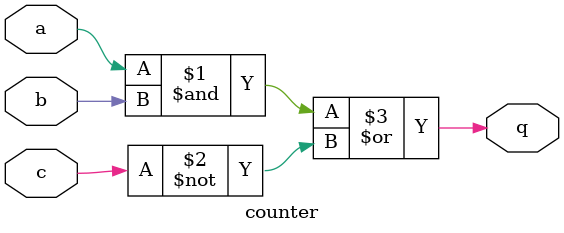
<source format=v>
module counter(a,b,c,q);
input a,b,c;
output q;
assign q = (a&b) | ~c;
endmodule
</source>
